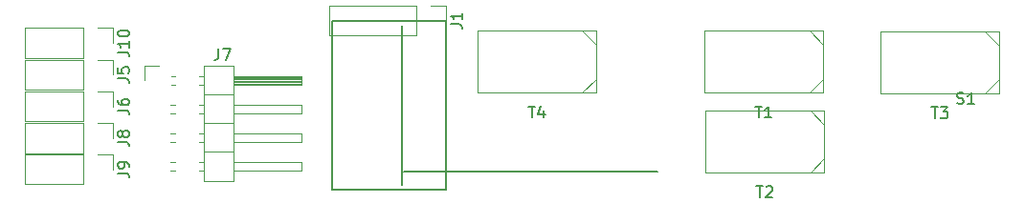
<source format=gbr>
%TF.GenerationSoftware,KiCad,Pcbnew,7.0.8*%
%TF.CreationDate,2023-10-19T00:44:21-05:00*%
%TF.ProjectId,PowerDistrubutionBoard,506f7765-7244-4697-9374-727562757469,rev?*%
%TF.SameCoordinates,Original*%
%TF.FileFunction,Legend,Top*%
%TF.FilePolarity,Positive*%
%FSLAX46Y46*%
G04 Gerber Fmt 4.6, Leading zero omitted, Abs format (unit mm)*
G04 Created by KiCad (PCBNEW 7.0.8) date 2023-10-19 00:44:21*
%MOMM*%
%LPD*%
G01*
G04 APERTURE LIST*
%ADD10C,0.200000*%
%ADD11C,0.150000*%
%ADD12C,0.120000*%
G04 APERTURE END LIST*
D10*
X143505000Y-66875000D02*
X153505000Y-66875000D01*
X153505000Y-51875000D01*
X143505000Y-51875000D01*
X143505000Y-66875000D01*
X149650000Y-66450000D02*
X149650000Y-52350000D01*
X149775000Y-65325000D02*
X172275000Y-65325000D01*
D11*
X160838095Y-59504819D02*
X161409523Y-59504819D01*
X161123809Y-60504819D02*
X161123809Y-59504819D01*
X162171428Y-59838152D02*
X162171428Y-60504819D01*
X161933333Y-59457200D02*
X161695238Y-60171485D01*
X161695238Y-60171485D02*
X162314285Y-60171485D01*
X124499819Y-59833333D02*
X125214104Y-59833333D01*
X125214104Y-59833333D02*
X125356961Y-59880952D01*
X125356961Y-59880952D02*
X125452200Y-59976190D01*
X125452200Y-59976190D02*
X125499819Y-60119047D01*
X125499819Y-60119047D02*
X125499819Y-60214285D01*
X124499819Y-58928571D02*
X124499819Y-59119047D01*
X124499819Y-59119047D02*
X124547438Y-59214285D01*
X124547438Y-59214285D02*
X124595057Y-59261904D01*
X124595057Y-59261904D02*
X124737914Y-59357142D01*
X124737914Y-59357142D02*
X124928390Y-59404761D01*
X124928390Y-59404761D02*
X125309342Y-59404761D01*
X125309342Y-59404761D02*
X125404580Y-59357142D01*
X125404580Y-59357142D02*
X125452200Y-59309523D01*
X125452200Y-59309523D02*
X125499819Y-59214285D01*
X125499819Y-59214285D02*
X125499819Y-59023809D01*
X125499819Y-59023809D02*
X125452200Y-58928571D01*
X125452200Y-58928571D02*
X125404580Y-58880952D01*
X125404580Y-58880952D02*
X125309342Y-58833333D01*
X125309342Y-58833333D02*
X125071247Y-58833333D01*
X125071247Y-58833333D02*
X124976009Y-58880952D01*
X124976009Y-58880952D02*
X124928390Y-58928571D01*
X124928390Y-58928571D02*
X124880771Y-59023809D01*
X124880771Y-59023809D02*
X124880771Y-59214285D01*
X124880771Y-59214285D02*
X124928390Y-59309523D01*
X124928390Y-59309523D02*
X124976009Y-59357142D01*
X124976009Y-59357142D02*
X125071247Y-59404761D01*
X196488095Y-59554819D02*
X197059523Y-59554819D01*
X196773809Y-60554819D02*
X196773809Y-59554819D01*
X197297619Y-59554819D02*
X197916666Y-59554819D01*
X197916666Y-59554819D02*
X197583333Y-59935771D01*
X197583333Y-59935771D02*
X197726190Y-59935771D01*
X197726190Y-59935771D02*
X197821428Y-59983390D01*
X197821428Y-59983390D02*
X197869047Y-60031009D01*
X197869047Y-60031009D02*
X197916666Y-60126247D01*
X197916666Y-60126247D02*
X197916666Y-60364342D01*
X197916666Y-60364342D02*
X197869047Y-60459580D01*
X197869047Y-60459580D02*
X197821428Y-60507200D01*
X197821428Y-60507200D02*
X197726190Y-60554819D01*
X197726190Y-60554819D02*
X197440476Y-60554819D01*
X197440476Y-60554819D02*
X197345238Y-60507200D01*
X197345238Y-60507200D02*
X197297619Y-60459580D01*
X153959819Y-52208333D02*
X154674104Y-52208333D01*
X154674104Y-52208333D02*
X154816961Y-52255952D01*
X154816961Y-52255952D02*
X154912200Y-52351190D01*
X154912200Y-52351190D02*
X154959819Y-52494047D01*
X154959819Y-52494047D02*
X154959819Y-52589285D01*
X154959819Y-51208333D02*
X154959819Y-51779761D01*
X154959819Y-51494047D02*
X153959819Y-51494047D01*
X153959819Y-51494047D02*
X154102676Y-51589285D01*
X154102676Y-51589285D02*
X154197914Y-51684523D01*
X154197914Y-51684523D02*
X154245533Y-51779761D01*
X181013095Y-66579819D02*
X181584523Y-66579819D01*
X181298809Y-67579819D02*
X181298809Y-66579819D01*
X181870238Y-66675057D02*
X181917857Y-66627438D01*
X181917857Y-66627438D02*
X182013095Y-66579819D01*
X182013095Y-66579819D02*
X182251190Y-66579819D01*
X182251190Y-66579819D02*
X182346428Y-66627438D01*
X182346428Y-66627438D02*
X182394047Y-66675057D01*
X182394047Y-66675057D02*
X182441666Y-66770295D01*
X182441666Y-66770295D02*
X182441666Y-66865533D01*
X182441666Y-66865533D02*
X182394047Y-67008390D01*
X182394047Y-67008390D02*
X181822619Y-67579819D01*
X181822619Y-67579819D02*
X182441666Y-67579819D01*
X198763095Y-59232200D02*
X198905952Y-59279819D01*
X198905952Y-59279819D02*
X199144047Y-59279819D01*
X199144047Y-59279819D02*
X199239285Y-59232200D01*
X199239285Y-59232200D02*
X199286904Y-59184580D01*
X199286904Y-59184580D02*
X199334523Y-59089342D01*
X199334523Y-59089342D02*
X199334523Y-58994104D01*
X199334523Y-58994104D02*
X199286904Y-58898866D01*
X199286904Y-58898866D02*
X199239285Y-58851247D01*
X199239285Y-58851247D02*
X199144047Y-58803628D01*
X199144047Y-58803628D02*
X198953571Y-58756009D01*
X198953571Y-58756009D02*
X198858333Y-58708390D01*
X198858333Y-58708390D02*
X198810714Y-58660771D01*
X198810714Y-58660771D02*
X198763095Y-58565533D01*
X198763095Y-58565533D02*
X198763095Y-58470295D01*
X198763095Y-58470295D02*
X198810714Y-58375057D01*
X198810714Y-58375057D02*
X198858333Y-58327438D01*
X198858333Y-58327438D02*
X198953571Y-58279819D01*
X198953571Y-58279819D02*
X199191666Y-58279819D01*
X199191666Y-58279819D02*
X199334523Y-58327438D01*
X200286904Y-59279819D02*
X199715476Y-59279819D01*
X200001190Y-59279819D02*
X200001190Y-58279819D01*
X200001190Y-58279819D02*
X199905952Y-58422676D01*
X199905952Y-58422676D02*
X199810714Y-58517914D01*
X199810714Y-58517914D02*
X199715476Y-58565533D01*
X124499819Y-65433333D02*
X125214104Y-65433333D01*
X125214104Y-65433333D02*
X125356961Y-65480952D01*
X125356961Y-65480952D02*
X125452200Y-65576190D01*
X125452200Y-65576190D02*
X125499819Y-65719047D01*
X125499819Y-65719047D02*
X125499819Y-65814285D01*
X125499819Y-64909523D02*
X125499819Y-64719047D01*
X125499819Y-64719047D02*
X125452200Y-64623809D01*
X125452200Y-64623809D02*
X125404580Y-64576190D01*
X125404580Y-64576190D02*
X125261723Y-64480952D01*
X125261723Y-64480952D02*
X125071247Y-64433333D01*
X125071247Y-64433333D02*
X124690295Y-64433333D01*
X124690295Y-64433333D02*
X124595057Y-64480952D01*
X124595057Y-64480952D02*
X124547438Y-64528571D01*
X124547438Y-64528571D02*
X124499819Y-64623809D01*
X124499819Y-64623809D02*
X124499819Y-64814285D01*
X124499819Y-64814285D02*
X124547438Y-64909523D01*
X124547438Y-64909523D02*
X124595057Y-64957142D01*
X124595057Y-64957142D02*
X124690295Y-65004761D01*
X124690295Y-65004761D02*
X124928390Y-65004761D01*
X124928390Y-65004761D02*
X125023628Y-64957142D01*
X125023628Y-64957142D02*
X125071247Y-64909523D01*
X125071247Y-64909523D02*
X125118866Y-64814285D01*
X125118866Y-64814285D02*
X125118866Y-64623809D01*
X125118866Y-64623809D02*
X125071247Y-64528571D01*
X125071247Y-64528571D02*
X125023628Y-64480952D01*
X125023628Y-64480952D02*
X124928390Y-64433333D01*
X133431666Y-54379819D02*
X133431666Y-55094104D01*
X133431666Y-55094104D02*
X133384047Y-55236961D01*
X133384047Y-55236961D02*
X133288809Y-55332200D01*
X133288809Y-55332200D02*
X133145952Y-55379819D01*
X133145952Y-55379819D02*
X133050714Y-55379819D01*
X133812619Y-54379819D02*
X134479285Y-54379819D01*
X134479285Y-54379819D02*
X134050714Y-55379819D01*
X124499819Y-54684523D02*
X125214104Y-54684523D01*
X125214104Y-54684523D02*
X125356961Y-54732142D01*
X125356961Y-54732142D02*
X125452200Y-54827380D01*
X125452200Y-54827380D02*
X125499819Y-54970237D01*
X125499819Y-54970237D02*
X125499819Y-55065475D01*
X125499819Y-53684523D02*
X125499819Y-54255951D01*
X125499819Y-53970237D02*
X124499819Y-53970237D01*
X124499819Y-53970237D02*
X124642676Y-54065475D01*
X124642676Y-54065475D02*
X124737914Y-54160713D01*
X124737914Y-54160713D02*
X124785533Y-54255951D01*
X124499819Y-53065475D02*
X124499819Y-52970237D01*
X124499819Y-52970237D02*
X124547438Y-52874999D01*
X124547438Y-52874999D02*
X124595057Y-52827380D01*
X124595057Y-52827380D02*
X124690295Y-52779761D01*
X124690295Y-52779761D02*
X124880771Y-52732142D01*
X124880771Y-52732142D02*
X125118866Y-52732142D01*
X125118866Y-52732142D02*
X125309342Y-52779761D01*
X125309342Y-52779761D02*
X125404580Y-52827380D01*
X125404580Y-52827380D02*
X125452200Y-52874999D01*
X125452200Y-52874999D02*
X125499819Y-52970237D01*
X125499819Y-52970237D02*
X125499819Y-53065475D01*
X125499819Y-53065475D02*
X125452200Y-53160713D01*
X125452200Y-53160713D02*
X125404580Y-53208332D01*
X125404580Y-53208332D02*
X125309342Y-53255951D01*
X125309342Y-53255951D02*
X125118866Y-53303570D01*
X125118866Y-53303570D02*
X124880771Y-53303570D01*
X124880771Y-53303570D02*
X124690295Y-53255951D01*
X124690295Y-53255951D02*
X124595057Y-53208332D01*
X124595057Y-53208332D02*
X124547438Y-53160713D01*
X124547438Y-53160713D02*
X124499819Y-53065475D01*
X180913095Y-59504819D02*
X181484523Y-59504819D01*
X181198809Y-60504819D02*
X181198809Y-59504819D01*
X182341666Y-60504819D02*
X181770238Y-60504819D01*
X182055952Y-60504819D02*
X182055952Y-59504819D01*
X182055952Y-59504819D02*
X181960714Y-59647676D01*
X181960714Y-59647676D02*
X181865476Y-59742914D01*
X181865476Y-59742914D02*
X181770238Y-59790533D01*
X124499819Y-62658333D02*
X125214104Y-62658333D01*
X125214104Y-62658333D02*
X125356961Y-62705952D01*
X125356961Y-62705952D02*
X125452200Y-62801190D01*
X125452200Y-62801190D02*
X125499819Y-62944047D01*
X125499819Y-62944047D02*
X125499819Y-63039285D01*
X124928390Y-62039285D02*
X124880771Y-62134523D01*
X124880771Y-62134523D02*
X124833152Y-62182142D01*
X124833152Y-62182142D02*
X124737914Y-62229761D01*
X124737914Y-62229761D02*
X124690295Y-62229761D01*
X124690295Y-62229761D02*
X124595057Y-62182142D01*
X124595057Y-62182142D02*
X124547438Y-62134523D01*
X124547438Y-62134523D02*
X124499819Y-62039285D01*
X124499819Y-62039285D02*
X124499819Y-61848809D01*
X124499819Y-61848809D02*
X124547438Y-61753571D01*
X124547438Y-61753571D02*
X124595057Y-61705952D01*
X124595057Y-61705952D02*
X124690295Y-61658333D01*
X124690295Y-61658333D02*
X124737914Y-61658333D01*
X124737914Y-61658333D02*
X124833152Y-61705952D01*
X124833152Y-61705952D02*
X124880771Y-61753571D01*
X124880771Y-61753571D02*
X124928390Y-61848809D01*
X124928390Y-61848809D02*
X124928390Y-62039285D01*
X124928390Y-62039285D02*
X124976009Y-62134523D01*
X124976009Y-62134523D02*
X125023628Y-62182142D01*
X125023628Y-62182142D02*
X125118866Y-62229761D01*
X125118866Y-62229761D02*
X125309342Y-62229761D01*
X125309342Y-62229761D02*
X125404580Y-62182142D01*
X125404580Y-62182142D02*
X125452200Y-62134523D01*
X125452200Y-62134523D02*
X125499819Y-62039285D01*
X125499819Y-62039285D02*
X125499819Y-61848809D01*
X125499819Y-61848809D02*
X125452200Y-61753571D01*
X125452200Y-61753571D02*
X125404580Y-61705952D01*
X125404580Y-61705952D02*
X125309342Y-61658333D01*
X125309342Y-61658333D02*
X125118866Y-61658333D01*
X125118866Y-61658333D02*
X125023628Y-61705952D01*
X125023628Y-61705952D02*
X124976009Y-61753571D01*
X124976009Y-61753571D02*
X124928390Y-61848809D01*
X124499819Y-57008333D02*
X125214104Y-57008333D01*
X125214104Y-57008333D02*
X125356961Y-57055952D01*
X125356961Y-57055952D02*
X125452200Y-57151190D01*
X125452200Y-57151190D02*
X125499819Y-57294047D01*
X125499819Y-57294047D02*
X125499819Y-57389285D01*
X124499819Y-56055952D02*
X124499819Y-56532142D01*
X124499819Y-56532142D02*
X124976009Y-56579761D01*
X124976009Y-56579761D02*
X124928390Y-56532142D01*
X124928390Y-56532142D02*
X124880771Y-56436904D01*
X124880771Y-56436904D02*
X124880771Y-56198809D01*
X124880771Y-56198809D02*
X124928390Y-56103571D01*
X124928390Y-56103571D02*
X124976009Y-56055952D01*
X124976009Y-56055952D02*
X125071247Y-56008333D01*
X125071247Y-56008333D02*
X125309342Y-56008333D01*
X125309342Y-56008333D02*
X125404580Y-56055952D01*
X125404580Y-56055952D02*
X125452200Y-56103571D01*
X125452200Y-56103571D02*
X125499819Y-56198809D01*
X125499819Y-56198809D02*
X125499819Y-56436904D01*
X125499819Y-56436904D02*
X125452200Y-56532142D01*
X125452200Y-56532142D02*
X125404580Y-56579761D01*
D12*
%TO.C,T4*%
X165600000Y-52800000D02*
X166850000Y-54050000D01*
X165600000Y-58300000D02*
X166850000Y-57050000D01*
X166850000Y-58300000D02*
X156350000Y-58300000D01*
X156350000Y-58300000D02*
X156350000Y-52800000D01*
X156350000Y-52800000D02*
X166850000Y-52800000D01*
X166850000Y-52800000D02*
X166850000Y-58300000D01*
%TO.C,J6*%
X124045000Y-58170000D02*
X124045000Y-59500000D01*
X122715000Y-58170000D02*
X124045000Y-58170000D01*
X121445000Y-58170000D02*
X116305000Y-58170000D01*
X121445000Y-58170000D02*
X121445000Y-60830000D01*
X116305000Y-58170000D02*
X116305000Y-60830000D01*
X121445000Y-60830000D02*
X116305000Y-60830000D01*
%TO.C,T3*%
X202500000Y-58350000D02*
X192000000Y-58350000D01*
X192000000Y-58350000D02*
X192000000Y-52850000D01*
X192000000Y-52850000D02*
X202500000Y-52850000D01*
X202500000Y-52850000D02*
X202500000Y-58350000D01*
X201250000Y-58350000D02*
X202500000Y-57100000D01*
X201250000Y-52850000D02*
X202500000Y-54100000D01*
%TO.C,J1*%
X153505000Y-50545000D02*
X153505000Y-51875000D01*
X152175000Y-50545000D02*
X153505000Y-50545000D01*
X150905000Y-50545000D02*
X143225000Y-50545000D01*
X150905000Y-50545000D02*
X150905000Y-53205000D01*
X143225000Y-50545000D02*
X143225000Y-53205000D01*
X150905000Y-53205000D02*
X143225000Y-53205000D01*
%TO.C,T2*%
X185775000Y-59875000D02*
X187025000Y-61125000D01*
X185775000Y-65375000D02*
X187025000Y-64125000D01*
X187025000Y-65375000D02*
X176525000Y-65375000D01*
X176525000Y-65375000D02*
X176525000Y-59875000D01*
X176525000Y-59875000D02*
X187025000Y-59875000D01*
X187025000Y-59875000D02*
X187025000Y-65375000D01*
%TO.C,J9*%
X124045000Y-63770000D02*
X124045000Y-65100000D01*
X122715000Y-63770000D02*
X124045000Y-63770000D01*
X121445000Y-63770000D02*
X116305000Y-63770000D01*
X121445000Y-63770000D02*
X121445000Y-66430000D01*
X116305000Y-63770000D02*
X116305000Y-66430000D01*
X121445000Y-66430000D02*
X116305000Y-66430000D01*
%TO.C,J7*%
X140750000Y-65195000D02*
X134750000Y-65195000D01*
X140750000Y-64435000D02*
X140750000Y-65195000D01*
X140750000Y-62655000D02*
X134750000Y-62655000D01*
X140750000Y-61895000D02*
X140750000Y-62655000D01*
X140750000Y-60115000D02*
X134750000Y-60115000D01*
X140750000Y-59355000D02*
X140750000Y-60115000D01*
X140750000Y-57575000D02*
X134750000Y-57575000D01*
X140750000Y-56815000D02*
X140750000Y-57575000D01*
X134750000Y-66145000D02*
X134750000Y-55865000D01*
X134750000Y-64435000D02*
X140750000Y-64435000D01*
X134750000Y-61895000D02*
X140750000Y-61895000D01*
X134750000Y-59355000D02*
X140750000Y-59355000D01*
X134750000Y-57475000D02*
X140750000Y-57475000D01*
X134750000Y-57355000D02*
X140750000Y-57355000D01*
X134750000Y-57235000D02*
X140750000Y-57235000D01*
X134750000Y-57115000D02*
X140750000Y-57115000D01*
X134750000Y-56995000D02*
X140750000Y-56995000D01*
X134750000Y-56875000D02*
X140750000Y-56875000D01*
X134750000Y-56815000D02*
X140750000Y-56815000D01*
X134750000Y-55865000D02*
X132090000Y-55865000D01*
X132090000Y-66145000D02*
X134750000Y-66145000D01*
X132090000Y-63545000D02*
X134750000Y-63545000D01*
X132090000Y-61005000D02*
X134750000Y-61005000D01*
X132090000Y-58465000D02*
X134750000Y-58465000D01*
X132090000Y-55865000D02*
X132090000Y-66145000D01*
X131692929Y-65195000D02*
X132090000Y-65195000D01*
X131692929Y-64435000D02*
X132090000Y-64435000D01*
X131692929Y-62655000D02*
X132090000Y-62655000D01*
X131692929Y-61895000D02*
X132090000Y-61895000D01*
X131692929Y-60115000D02*
X132090000Y-60115000D01*
X131692929Y-59355000D02*
X132090000Y-59355000D01*
X131692929Y-57575000D02*
X132090000Y-57575000D01*
X131692929Y-56815000D02*
X132090000Y-56815000D01*
X129220000Y-57575000D02*
X129607071Y-57575000D01*
X129220000Y-56815000D02*
X129607071Y-56815000D01*
X129152929Y-65195000D02*
X129607071Y-65195000D01*
X129152929Y-64435000D02*
X129607071Y-64435000D01*
X129152929Y-62655000D02*
X129607071Y-62655000D01*
X129152929Y-61895000D02*
X129607071Y-61895000D01*
X129152929Y-60115000D02*
X129607071Y-60115000D01*
X129152929Y-59355000D02*
X129607071Y-59355000D01*
X126840000Y-57195000D02*
X126840000Y-55925000D01*
X126840000Y-55925000D02*
X128110000Y-55925000D01*
%TO.C,J10*%
X124045000Y-52545000D02*
X124045000Y-53875000D01*
X122715000Y-52545000D02*
X124045000Y-52545000D01*
X121445000Y-52545000D02*
X116305000Y-52545000D01*
X121445000Y-52545000D02*
X121445000Y-55205000D01*
X116305000Y-52545000D02*
X116305000Y-55205000D01*
X121445000Y-55205000D02*
X116305000Y-55205000D01*
%TO.C,T1*%
X185675000Y-52800000D02*
X186925000Y-54050000D01*
X185675000Y-58300000D02*
X186925000Y-57050000D01*
X186925000Y-58300000D02*
X176425000Y-58300000D01*
X176425000Y-58300000D02*
X176425000Y-52800000D01*
X176425000Y-52800000D02*
X186925000Y-52800000D01*
X186925000Y-52800000D02*
X186925000Y-58300000D01*
%TO.C,J8*%
X124045000Y-60995000D02*
X124045000Y-62325000D01*
X122715000Y-60995000D02*
X124045000Y-60995000D01*
X121445000Y-60995000D02*
X116305000Y-60995000D01*
X121445000Y-60995000D02*
X121445000Y-63655000D01*
X116305000Y-60995000D02*
X116305000Y-63655000D01*
X121445000Y-63655000D02*
X116305000Y-63655000D01*
%TO.C,J5*%
X124045000Y-55345000D02*
X124045000Y-56675000D01*
X122715000Y-55345000D02*
X124045000Y-55345000D01*
X121445000Y-55345000D02*
X116305000Y-55345000D01*
X121445000Y-55345000D02*
X121445000Y-58005000D01*
X116305000Y-55345000D02*
X116305000Y-58005000D01*
X121445000Y-58005000D02*
X116305000Y-58005000D01*
%TD*%
M02*

</source>
